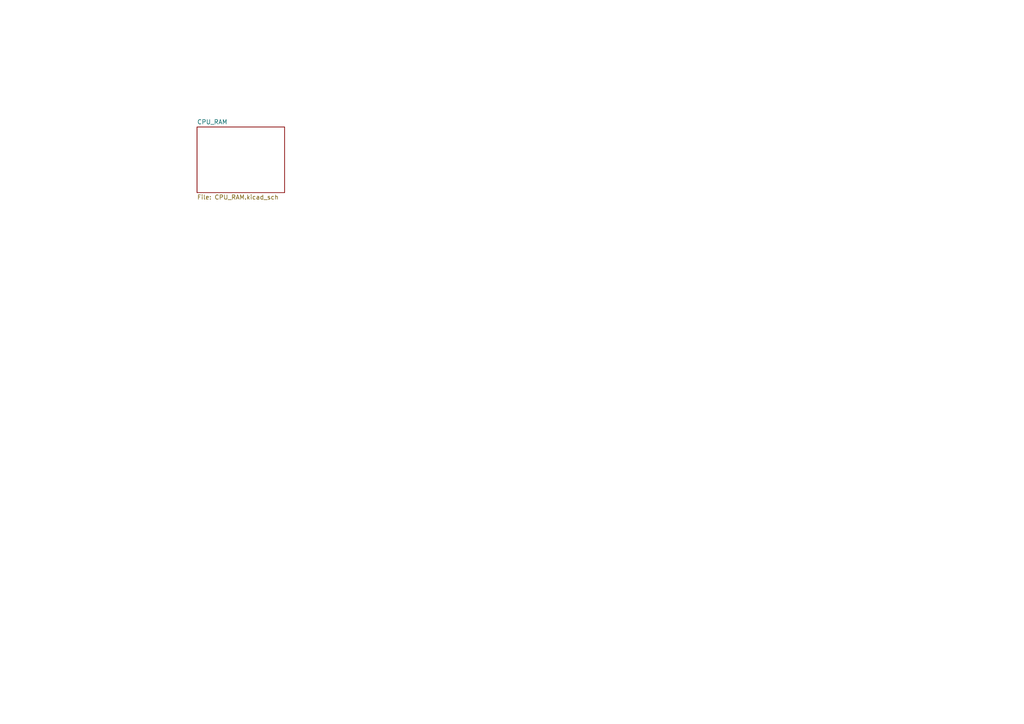
<source format=kicad_sch>
(kicad_sch (version 20211123) (generator eeschema)
  (paper "A4")
  (title_block (title "All circuit components") (rev "V1.0"))
  (lib_symbols)
  (sheet (at 57.15 36.83) (size 25.4 19.05)
    (property "Sheet name" "CPU_RAM" (at 57.15 36.1184 0) (effects (justify left bottom)))
    (property "Sheet file" "CPU_RAM.kicad_sch" (at 57.15 56.4646 0) (effects (justify left top)))
  )
)
</source>
